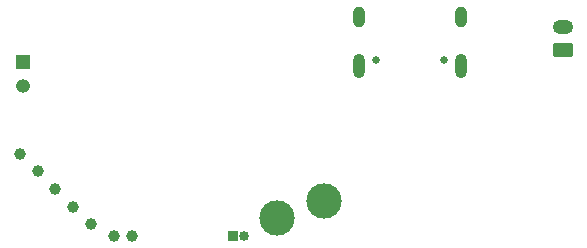
<source format=gbr>
%TF.GenerationSoftware,KiCad,Pcbnew,9.0.6-9.0.6~ubuntu25.04.1*%
%TF.CreationDate,2025-12-27T12:18:54+10:00*%
%TF.ProjectId,Stormbreaker,53746f72-6d62-4726-9561-6b65722e6b69,rev?*%
%TF.SameCoordinates,Original*%
%TF.FileFunction,Soldermask,Bot*%
%TF.FilePolarity,Negative*%
%FSLAX46Y46*%
G04 Gerber Fmt 4.6, Leading zero omitted, Abs format (unit mm)*
G04 Created by KiCad (PCBNEW 9.0.6-9.0.6~ubuntu25.04.1) date 2025-12-27 12:18:54*
%MOMM*%
%LPD*%
G01*
G04 APERTURE LIST*
G04 Aperture macros list*
%AMRoundRect*
0 Rectangle with rounded corners*
0 $1 Rounding radius*
0 $2 $3 $4 $5 $6 $7 $8 $9 X,Y pos of 4 corners*
0 Add a 4 corners polygon primitive as box body*
4,1,4,$2,$3,$4,$5,$6,$7,$8,$9,$2,$3,0*
0 Add four circle primitives for the rounded corners*
1,1,$1+$1,$2,$3*
1,1,$1+$1,$4,$5*
1,1,$1+$1,$6,$7*
1,1,$1+$1,$8,$9*
0 Add four rect primitives between the rounded corners*
20,1,$1+$1,$2,$3,$4,$5,0*
20,1,$1+$1,$4,$5,$6,$7,0*
20,1,$1+$1,$6,$7,$8,$9,0*
20,1,$1+$1,$8,$9,$2,$3,0*%
G04 Aperture macros list end*
%ADD10C,0.000000*%
%ADD11C,3.000000*%
%ADD12C,1.000000*%
%ADD13C,0.650000*%
%ADD14O,1.000000X2.100000*%
%ADD15O,1.000000X1.800000*%
%ADD16RoundRect,0.250000X0.625000X-0.350000X0.625000X0.350000X-0.625000X0.350000X-0.625000X-0.350000X0*%
%ADD17O,1.750000X1.200000*%
%ADD18R,0.850000X0.850000*%
%ADD19C,0.850000*%
%ADD20R,1.200000X1.200000*%
%ADD21O,1.200000X1.200000*%
G04 APERTURE END LIST*
D10*
D11*
%TO.C,TP9*%
X136750000Y-60250000D03*
%TD*%
D12*
%TO.C,TP4*%
X121000000Y-60750000D03*
%TD*%
%TO.C,TP1*%
X124500000Y-61750000D03*
%TD*%
%TO.C,TP7*%
X118000000Y-57750000D03*
%TD*%
%TO.C,TP10*%
X115000000Y-54750000D03*
%TD*%
%TO.C,TP2*%
X123000000Y-61750000D03*
%TD*%
D13*
%TO.C,J2*%
X150890000Y-46855000D03*
X145110000Y-46855000D03*
D14*
X152320000Y-47355000D03*
D15*
X152320000Y-43175000D03*
D14*
X143680000Y-47355000D03*
D15*
X143680000Y-43175000D03*
%TD*%
D16*
%TO.C,BT2*%
X161000000Y-46000000D03*
D17*
X161000000Y-44000000D03*
%TD*%
D12*
%TO.C,TP6*%
X119500000Y-59250000D03*
%TD*%
D18*
%TO.C,J5*%
X133000000Y-61750000D03*
D19*
X134000000Y-61750000D03*
%TD*%
D12*
%TO.C,TP11*%
X116500000Y-56250000D03*
%TD*%
D20*
%TO.C,BT1*%
X115250000Y-47000000D03*
D21*
X115250000Y-49000000D03*
%TD*%
D11*
%TO.C,TP5*%
X140750000Y-58750000D03*
%TD*%
M02*

</source>
